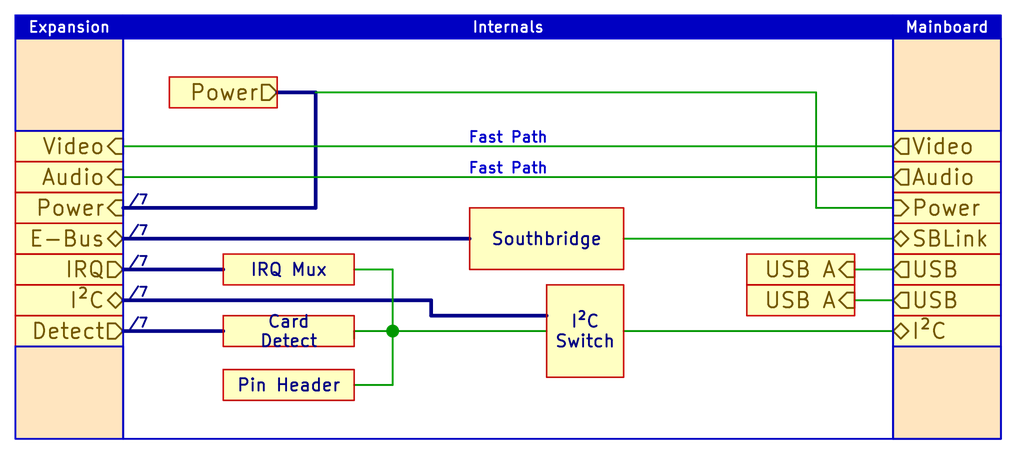
<source format=kicad_sch>
(kicad_sch
	(version 20250114)
	(generator "eeschema")
	(generator_version "9.0")
	(uuid "6d4f3d4d-561e-4a91-80c0-afc7a124c8a1")
	(paper "User" 84.455 38.1)
	(lib_symbols)
	(rectangle
		(start 10.16 3.175)
		(end 73.66 36.195)
		(stroke
			(width 0)
			(type default)
		)
		(fill
			(type none)
		)
		(uuid 08c23995-be25-4254-b597-2421a37c5c46)
	)
	(rectangle
		(start 73.66 3.175)
		(end 82.55 36.195)
		(stroke
			(width 0)
			(type default)
		)
		(fill
			(type none)
		)
		(uuid 272d4f65-96c6-4682-82f1-d3a479c7b2e8)
	)
	(rectangle
		(start 73.66 3.175)
		(end 82.55 10.795)
		(stroke
			(width 0)
			(type solid)
		)
		(fill
			(type color)
			(color 255 229 191 1)
		)
		(uuid 3761af71-a3f6-48c2-82ca-0a0d488dafd4)
	)
	(rectangle
		(start 73.66 1.27)
		(end 73.66 3.175)
		(stroke
			(width 0)
			(type default)
		)
		(fill
			(type none)
		)
		(uuid 667165db-e711-4fc0-80d5-915a3c33e978)
	)
	(rectangle
		(start 73.66 28.575)
		(end 82.55 36.195)
		(stroke
			(width 0)
			(type solid)
		)
		(fill
			(type color)
			(color 255 229 191 1)
		)
		(uuid adf4a39a-ed71-4dc7-af7f-7ab3e6499994)
	)
	(rectangle
		(start 1.27 3.175)
		(end 10.16 10.795)
		(stroke
			(width 0)
			(type solid)
		)
		(fill
			(type color)
			(color 255 229 191 1)
		)
		(uuid c56ecca0-2642-4ec1-8790-ef6217dfeba7)
	)
	(rectangle
		(start 1.27 28.575)
		(end 10.16 36.195)
		(stroke
			(width 0)
			(type solid)
		)
		(fill
			(type color)
			(color 255 229 191 1)
		)
		(uuid cd92a2d3-fef7-43f3-bc32-23cdf4498985)
	)
	(text "/7"
		(exclude_from_sim no)
		(at 11.43 22.225 0)
		(effects
			(font
				(size 0.762 0.762)
				(color 0 0 132 1)
			)
			(justify bottom)
		)
		(uuid "3d05d889-5d59-42d9-bc35-0047785f3aba")
	)
	(text "/7"
		(exclude_from_sim no)
		(at 11.43 17.145 0)
		(effects
			(font
				(size 0.762 0.762)
				(color 0 0 132 1)
			)
			(justify bottom)
		)
		(uuid "3d2e2b0e-3b7f-4d35-a12c-5869e835e217")
	)
	(text "/7"
		(exclude_from_sim no)
		(at 11.43 27.305 0)
		(effects
			(font
				(size 0.762 0.762)
				(color 0 0 132 1)
			)
			(justify bottom)
		)
		(uuid "96b678d7-c335-4a59-92ea-3169674b9a6f")
	)
	(text "/7"
		(exclude_from_sim no)
		(at 11.43 19.685 0)
		(effects
			(font
				(size 0.762 0.762)
				(color 0 0 132 1)
			)
			(justify bottom)
		)
		(uuid "a96e43e7-6176-4d38-b98d-6e6a9e13c68d")
	)
	(text "Fast Path"
		(exclude_from_sim no)
		(at 41.91 12.065 0)
		(effects
			(font
				(size 0.889 0.889)
			)
			(justify bottom)
		)
		(uuid "d25b9c02-26a7-4fb1-a349-efb0840c0b0e")
	)
	(text "/7"
		(exclude_from_sim no)
		(at 11.43 24.765 0)
		(effects
			(font
				(size 0.762 0.762)
				(color 0 0 132 1)
			)
			(justify bottom)
		)
		(uuid "d4cb6a73-e719-474b-911a-ce00b4c5a61d")
	)
	(text "Fast Path"
		(exclude_from_sim no)
		(at 41.91 14.605 0)
		(effects
			(font
				(size 0.889 0.889)
			)
			(justify bottom)
		)
		(uuid "e4244989-2b7a-44bb-82fd-2355c9800bc7")
	)
	(text_box ""
		(exclude_from_sim no)
		(at 22.86 8.89 0)
		(size -8.89 -2.54)
		(margins 0.9525 0.9525 0.9525 0.9525)
		(stroke
			(width 0.127)
			(type solid)
			(color 194 0 0 1)
		)
		(fill
			(type color)
			(color 255 255 194 1)
		)
		(effects
			(font
				(face "KiCad Font")
				(size 1.27 1.27)
				(color 0 0 132 1)
			)
		)
		(uuid "038bd974-bbdc-4f19-a8ca-d5e8527fa3ea")
	)
	(text_box "Internals"
		(exclude_from_sim no)
		(at 10.16 1.27 0)
		(size 63.5 1.905)
		(margins 0.9525 0.9525 0.9525 0.9525)
		(stroke
			(width 0)
			(type solid)
			(color 0 0 194 1)
		)
		(fill
			(type color)
			(color 0 0 194 1)
		)
		(effects
			(font
				(size 0.889 0.889)
				(color 255 255 255 1)
			)
		)
		(uuid "0ae76383-e134-49a1-903e-8d630acac408")
	)
	(text_box "Pin Header"
		(exclude_from_sim no)
		(at 18.415 30.48 0)
		(size 10.795 2.54)
		(margins 0.9525 0.9525 0.9525 0.9525)
		(stroke
			(width 0.127)
			(type solid)
			(color 194 0 0 1)
		)
		(fill
			(type color)
			(color 255 255 194 1)
		)
		(effects
			(font
				(face "KiCad Font")
				(size 1.016 1.016)
				(color 0 0 132 1)
			)
		)
		(uuid "0f524106-0144-43e4-9bf0-31b8dda5434c")
	)
	(text_box "IRQ Mux"
		(exclude_from_sim no)
		(at 18.415 20.955 0)
		(size 10.795 2.54)
		(margins 0.9525 0.9525 0.9525 0.9525)
		(stroke
			(width 0.127)
			(type solid)
			(color 194 0 0 1)
		)
		(fill
			(type color)
			(color 255 255 194 1)
		)
		(effects
			(font
				(face "KiCad Font")
				(size 1.016 1.016)
				(color 0 0 132 1)
			)
		)
		(uuid "287e65eb-01c9-478b-8ff2-b5537259782b")
	)
	(text_box ""
		(exclude_from_sim no)
		(at 73.66 13.335 0)
		(size 8.89 2.54)
		(margins 0.9525 0.9525 0.9525 0.9525)
		(stroke
			(width 0.127)
			(type solid)
			(color 194 0 0 1)
		)
		(fill
			(type color)
			(color 255 255 194 1)
		)
		(effects
			(font
				(face "KiCad Font")
				(size 1.27 1.27)
				(color 0 0 132 1)
			)
		)
		(uuid "2b2d60b1-ff60-4988-936d-f6051e280b6b")
	)
	(text_box ""
		(exclude_from_sim no)
		(at 73.66 18.415 0)
		(size 8.89 2.54)
		(margins 0.9525 0.9525 0.9525 0.9525)
		(stroke
			(width 0.127)
			(type solid)
			(color 194 0 0 1)
		)
		(fill
			(type color)
			(color 255 255 194 1)
		)
		(effects
			(font
				(face "KiCad Font")
				(size 1.27 1.27)
				(color 0 0 132 1)
			)
		)
		(uuid "34741ca8-c637-4aee-8228-af0b0d9c0c1c")
	)
	(text_box "Mainboard"
		(exclude_from_sim no)
		(at 73.66 1.27 0)
		(size 8.89 1.905)
		(margins 0.9525 0.9525 0.9525 0.9525)
		(stroke
			(width 0)
			(type solid)
			(color 0 0 194 1)
		)
		(fill
			(type color)
			(color 0 0 194 1)
		)
		(effects
			(font
				(size 0.889 0.889)
				(color 255 255 255 1)
			)
		)
		(uuid "3b4d49b0-ade9-44b8-95d9-a8dc57391452")
	)
	(text_box ""
		(exclude_from_sim no)
		(at 70.485 23.495 0)
		(size -8.89 2.54)
		(margins 0.9525 0.9525 0.9525 0.9525)
		(stroke
			(width 0.127)
			(type solid)
			(color 194 0 0 1)
		)
		(fill
			(type color)
			(color 255 255 194 1)
		)
		(effects
			(font
				(face "KiCad Font")
				(size 1.27 1.27)
				(color 0 0 132 1)
			)
		)
		(uuid "4a1e8af3-e466-4664-92fc-6eeea4bd7a83")
	)
	(text_box ""
		(exclude_from_sim no)
		(at 73.66 26.035 0)
		(size 8.89 2.54)
		(margins 0.9525 0.9525 0.9525 0.9525)
		(stroke
			(width 0.127)
			(type solid)
			(color 194 0 0 1)
		)
		(fill
			(type color)
			(color 255 255 194 1)
		)
		(effects
			(font
				(face "KiCad Font")
				(size 1.27 1.27)
				(color 0 0 132 1)
			)
		)
		(uuid "4d891881-0404-4ff9-ab54-f7f4646972d8")
	)
	(text_box ""
		(exclude_from_sim no)
		(at 73.66 20.955 0)
		(size 8.89 2.54)
		(margins 0.9525 0.9525 0.9525 0.9525)
		(stroke
			(width 0.127)
			(type solid)
			(color 194 0 0 1)
		)
		(fill
			(type color)
			(color 255 255 194 1)
		)
		(effects
			(font
				(face "KiCad Font")
				(size 1.27 1.27)
				(color 0 0 132 1)
			)
		)
		(uuid "5b95497a-72a0-4366-8497-ed4f5e78c6ce")
	)
	(text_box "Southbridge"
		(exclude_from_sim no)
		(at 38.735 17.145 0)
		(size 12.7 5.08)
		(margins 0.9525 0.9525 0.9525 0.9525)
		(stroke
			(width 0.127)
			(type solid)
			(color 194 0 0 1)
		)
		(fill
			(type color)
			(color 255 255 194 1)
		)
		(effects
			(font
				(face "KiCad Font")
				(size 1.016 1.016)
				(color 0 0 132 1)
			)
		)
		(uuid "5d16307c-eae0-493a-be8b-6c8966f349b6")
	)
	(text_box "Card Detect"
		(exclude_from_sim no)
		(at 18.415 26.035 0)
		(size 10.795 2.54)
		(margins 0.9525 0.9525 0.9525 0.9525)
		(stroke
			(width 0.127)
			(type solid)
			(color 194 0 0 1)
		)
		(fill
			(type color)
			(color 255 255 194 1)
		)
		(effects
			(font
				(face "KiCad Font")
				(size 0.9906 0.9906)
				(color 0 0 132 1)
			)
		)
		(uuid "6fd284d8-4e23-43e0-9fb7-adacd69f4df5")
	)
	(text_box ""
		(exclude_from_sim no)
		(at 73.66 23.495 0)
		(size 8.89 2.54)
		(margins 0.9525 0.9525 0.9525 0.9525)
		(stroke
			(width 0.127)
			(type solid)
			(color 194 0 0 1)
		)
		(fill
			(type color)
			(color 255 255 194 1)
		)
		(effects
			(font
				(face "KiCad Font")
				(size 1.27 1.27)
				(color 0 0 132 1)
			)
		)
		(uuid "75981bfd-ad65-4527-a43c-3664258030a2")
	)
	(text_box ""
		(exclude_from_sim no)
		(at 73.66 10.795 0)
		(size 8.89 2.54)
		(margins 0.9525 0.9525 0.9525 0.9525)
		(stroke
			(width 0.127)
			(type solid)
			(color 194 0 0 1)
		)
		(fill
			(type color)
			(color 255 255 194 1)
		)
		(effects
			(font
				(face "KiCad Font")
				(size 1.27 1.27)
				(color 0 0 132 1)
			)
		)
		(uuid "92435c92-133a-4731-91eb-fd007c0282f5")
	)
	(text_box ""
		(exclude_from_sim no)
		(at 1.27 10.795 0)
		(size 8.89 2.54)
		(margins 0.9525 0.9525 0.9525 0.9525)
		(stroke
			(width 0.127)
			(type solid)
			(color 194 0 0 1)
		)
		(fill
			(type color)
			(color 255 255 194 1)
		)
		(effects
			(font
				(face "KiCad Font")
				(size 1.27 1.27)
				(color 0 0 132 1)
			)
		)
		(uuid "9571b8be-982b-4d18-9259-d40bd33eacbd")
	)
	(text_box ""
		(exclude_from_sim no)
		(at 1.27 20.955 0)
		(size 8.89 2.54)
		(margins 0.9525 0.9525 0.9525 0.9525)
		(stroke
			(width 0.127)
			(type solid)
			(color 194 0 0 1)
		)
		(fill
			(type color)
			(color 255 255 194 1)
		)
		(effects
			(font
				(face "KiCad Font")
				(size 1.27 1.27)
				(color 0 0 132 1)
			)
		)
		(uuid "a14fefc0-60fb-42b5-ba19-4fd409d451e3")
	)
	(text_box ""
		(exclude_from_sim no)
		(at 73.66 15.875 0)
		(size 8.89 2.54)
		(margins 0.9525 0.9525 0.9525 0.9525)
		(stroke
			(width 0.127)
			(type solid)
			(color 194 0 0 1)
		)
		(fill
			(type color)
			(color 255 255 194 1)
		)
		(effects
			(font
				(face "KiCad Font")
				(size 1.27 1.27)
				(color 0 0 132 1)
			)
		)
		(uuid "aca2ec39-2783-4e24-bfb0-15a4f988436c")
	)
	(text_box ""
		(exclude_from_sim no)
		(at 1.27 26.035 0)
		(size 8.89 2.54)
		(margins 0.9525 0.9525 0.9525 0.9525)
		(stroke
			(width 0.127)
			(type solid)
			(color 194 0 0 1)
		)
		(fill
			(type color)
			(color 255 255 194 1)
		)
		(effects
			(font
				(face "KiCad Font")
				(size 1.27 1.27)
				(color 0 0 132 1)
			)
		)
		(uuid "b9fdd2bf-bcfa-428c-a9c0-7cabaee1efa1")
	)
	(text_box "Expansion"
		(exclude_from_sim no)
		(at 1.27 1.27 0)
		(size 8.89 1.905)
		(margins 0.9525 0.9525 0.9525 0.9525)
		(stroke
			(width 0)
			(type solid)
			(color 0 0 194 1)
		)
		(fill
			(type color)
			(color 0 0 194 1)
		)
		(effects
			(font
				(size 0.889 0.889)
				(color 255 255 255 1)
			)
		)
		(uuid "ca319d3a-9da8-4a02-a531-ea56d2a3fd36")
	)
	(text_box ""
		(exclude_from_sim no)
		(at 61.595 20.955 0)
		(size 8.89 2.54)
		(margins 0.9525 0.9525 0.9525 0.9525)
		(stroke
			(width 0.127)
			(type solid)
			(color 194 0 0 1)
		)
		(fill
			(type color)
			(color 255 255 194 1)
		)
		(effects
			(font
				(face "KiCad Font")
				(size 1.27 1.27)
				(color 0 0 132 1)
			)
		)
		(uuid "d0047f7f-8828-491e-97a4-51e188a78ad8")
	)
	(text_box ""
		(exclude_from_sim no)
		(at 1.27 13.335 0)
		(size 8.89 2.54)
		(margins 0.9525 0.9525 0.9525 0.9525)
		(stroke
			(width 0.127)
			(type solid)
			(color 194 0 0 1)
		)
		(fill
			(type color)
			(color 255 255 194 1)
		)
		(effects
			(font
				(face "KiCad Font")
				(size 1.27 1.27)
				(color 0 0 132 1)
			)
		)
		(uuid "d99f4654-fd6d-4829-ab0d-92e7357099a4")
	)
	(text_box ""
		(exclude_from_sim no)
		(at 1.27 23.495 0)
		(size 8.89 2.54)
		(margins 0.9525 0.9525 0.9525 0.9525)
		(stroke
			(width 0.127)
			(type solid)
			(color 194 0 0 1)
		)
		(fill
			(type color)
			(color 255 255 194 1)
		)
		(effects
			(font
				(face "KiCad Font")
				(size 1.27 1.27)
				(color 0 0 132 1)
			)
		)
		(uuid "dcd5169b-542a-4026-80ef-e8204af430f7")
	)
	(text_box ""
		(exclude_from_sim no)
		(at 1.27 18.415 0)
		(size 8.89 2.54)
		(margins 0.9525 0.9525 0.9525 0.9525)
		(stroke
			(width 0.127)
			(type solid)
			(color 194 0 0 1)
		)
		(fill
			(type color)
			(color 255 255 194 1)
		)
		(effects
			(font
				(face "KiCad Font")
				(size 1.27 1.27)
				(color 0 0 132 1)
			)
		)
		(uuid "ec35b0af-2286-40d3-87e5-51b4b9d9d028")
	)
	(text_box ""
		(exclude_from_sim no)
		(at 1.27 15.875 0)
		(size 8.89 2.54)
		(margins 0.9525 0.9525 0.9525 0.9525)
		(stroke
			(width 0.127)
			(type solid)
			(color 194 0 0 1)
		)
		(fill
			(type color)
			(color 255 255 194 1)
		)
		(effects
			(font
				(face "KiCad Font")
				(size 1.27 1.27)
				(color 0 0 132 1)
			)
		)
		(uuid "ef209d5a-6a29-491d-bb43-45e6f18b7c4b")
	)
	(text_box "I²C\nSwitch"
		(exclude_from_sim no)
		(at 45.085 23.495 0)
		(size 6.35 7.62)
		(margins 0.9525 0.9525 0.9525 0.9525)
		(stroke
			(width 0.127)
			(type solid)
			(color 194 0 0 1)
		)
		(fill
			(type color)
			(color 255 255 194 1)
		)
		(effects
			(font
				(face "KiCad Font")
				(size 1.016 1.016)
				(color 0 0 132 1)
			)
		)
		(uuid "f43e49d0-d7f6-45c7-8aca-3b6a0df1de7c")
	)
	(junction
		(at 32.385 27.305)
		(diameter 0)
		(color 0 0 0 0)
		(uuid "45498d09-90f6-4042-96eb-dcf25fd2fc90")
	)
	(wire
		(pts
			(xy 51.435 19.685) (xy 73.66 19.685)
		)
		(stroke
			(width 0)
			(type default)
		)
		(uuid "035e5d0d-2964-4f01-8839-2af1a13cf89c")
	)
	(bus
		(pts
			(xy 10.16 19.685) (xy 38.735 19.685)
		)
		(stroke
			(width 0)
			(type default)
		)
		(uuid "0a4ef3fe-2193-411b-bc62-c44db757b5c5")
	)
	(bus
		(pts
			(xy 35.56 26.035) (xy 45.085 26.035)
		)
		(stroke
			(width 0)
			(type default)
		)
		(uuid "0bd366ae-79ac-4d82-a621-32c1617595e4")
	)
	(wire
		(pts
			(xy 29.21 31.75) (xy 32.385 31.75)
		)
		(stroke
			(width 0)
			(type default)
		)
		(uuid "0cb11d61-c475-4327-a033-be242545f4b9")
	)
	(wire
		(pts
			(xy 67.31 7.62) (xy 67.31 17.145)
		)
		(stroke
			(width 0)
			(type default)
		)
		(uuid "191ca83b-da4e-4132-ac71-4d2fb991d2d0")
	)
	(wire
		(pts
			(xy 70.485 22.225) (xy 73.66 22.225)
		)
		(stroke
			(width 0)
			(type default)
		)
		(uuid "1e909dee-f97d-49ed-9cf0-b7b26e0294e5")
	)
	(bus
		(pts
			(xy 22.86 7.62) (xy 26.035 7.62)
		)
		(stroke
			(width 0)
			(type default)
		)
		(uuid "24fc34f5-aee1-4a60-a716-f5d3c727de6c")
	)
	(bus
		(pts
			(xy 35.56 24.765) (xy 35.56 26.035)
		)
		(stroke
			(width 0)
			(type default)
		)
		(uuid "2956fb99-dca7-4c36-a1e3-bfef29d0685e")
	)
	(wire
		(pts
			(xy 32.385 27.305) (xy 45.085 27.305)
		)
		(stroke
			(width 0)
			(type default)
		)
		(uuid "388524af-27cd-49c6-be8e-c15131cc3393")
	)
	(bus
		(pts
			(xy 10.16 27.305) (xy 18.415 27.305)
		)
		(stroke
			(width 0)
			(type default)
		)
		(uuid "3fd015f9-495e-4e8f-899c-7b1798f4f47b")
	)
	(bus
		(pts
			(xy 10.16 17.145) (xy 26.035 17.145)
		)
		(stroke
			(width 0)
			(type default)
		)
		(uuid "48558e0f-593f-493f-a081-edc4dd4306c7")
	)
	(wire
		(pts
			(xy 70.485 24.765) (xy 73.66 24.765)
		)
		(stroke
			(width 0)
			(type default)
		)
		(uuid "4f49abc1-640d-463a-9ceb-1a9a81d932de")
	)
	(wire
		(pts
			(xy 26.035 7.62) (xy 67.31 7.62)
		)
		(stroke
			(width 0)
			(type default)
		)
		(uuid "4fad41d4-12f9-4c54-9002-7049660635ce")
	)
	(bus
		(pts
			(xy 10.16 24.765) (xy 35.56 24.765)
		)
		(stroke
			(width 0)
			(type default)
		)
		(uuid "4fd1a9ee-86c0-4505-bb7d-3b35cbb06c95")
	)
	(wire
		(pts
			(xy 29.21 22.225) (xy 32.385 22.225)
		)
		(stroke
			(width 0)
			(type default)
		)
		(uuid "54a0307b-8746-4234-8076-80fd8070b1cd")
	)
	(wire
		(pts
			(xy 29.21 27.305) (xy 29.21 27.94)
		)
		(stroke
			(width 0)
			(type default)
		)
		(uuid "6ccca87f-0b0a-47fb-8e17-ae5b19ee346d")
	)
	(bus
		(pts
			(xy 26.035 7.62) (xy 26.035 17.145)
		)
		(stroke
			(width 0)
			(type default)
		)
		(uuid "87f729cf-8cc4-4f27-85f2-6969c3d10457")
	)
	(wire
		(pts
			(xy 51.435 27.305) (xy 73.66 27.305)
		)
		(stroke
			(width 0)
			(type default)
		)
		(uuid "93d80d6e-82b7-4feb-a686-5cbb2b1a0b1c")
	)
	(wire
		(pts
			(xy 10.16 12.065) (xy 73.66 12.065)
		)
		(stroke
			(width 0)
			(type default)
		)
		(uuid "9b59fc0e-2f74-4dba-ab2e-2746ea40bb1f")
	)
	(wire
		(pts
			(xy 67.31 17.145) (xy 73.66 17.145)
		)
		(stroke
			(width 0)
			(type default)
		)
		(uuid "ae0164ef-cd99-4948-9359-b0d50dfc2fb7")
	)
	(wire
		(pts
			(xy 29.21 27.305) (xy 32.385 27.305)
		)
		(stroke
			(width 0)
			(type default)
		)
		(uuid "be0a05bb-a893-4016-a3db-9e3cf7467322")
	)
	(wire
		(pts
			(xy 32.385 31.75) (xy 32.385 27.305)
		)
		(stroke
			(width 0)
			(type default)
		)
		(uuid "dc157744-39ff-40b5-93a1-4e4542295fe6")
	)
	(wire
		(pts
			(xy 10.16 14.605) (xy 73.66 14.605)
		)
		(stroke
			(width 0)
			(type default)
		)
		(uuid "e52a71d4-fb12-4964-82d6-70e440b1f36a")
	)
	(wire
		(pts
			(xy 32.385 22.225) (xy 32.385 27.305)
		)
		(stroke
			(width 0)
			(type default)
		)
		(uuid "eff9c4c0-6a53-4e14-8af5-c610e1ebc012")
	)
	(bus
		(pts
			(xy 10.16 22.225) (xy 18.415 22.225)
		)
		(stroke
			(width 0)
			(type default)
		)
		(uuid "f8a05cde-f21b-48f1-ab39-a5ed92298331")
	)
	(hierarchical_label "USB A"
		(shape output)
		(at 70.485 22.225 180)
		(effects
			(font
				(size 1.27 1.27)
			)
			(justify right)
		)
		(uuid "02131b3c-af09-476e-a10f-e98c9b3b77c8")
	)
	(hierarchical_label "Video"
		(shape input)
		(at 73.66 12.065 0)
		(effects
			(font
				(size 1.27 1.27)
			)
			(justify left)
		)
		(uuid "07e38cb4-1f24-4600-a35f-62077b47b215")
	)
	(hierarchical_label "I²C"
		(shape tri_state)
		(at 73.66 27.305 0)
		(effects
			(font
				(size 1.27 1.27)
			)
			(justify left)
		)
		(uuid "09edece8-0c81-4405-9a8f-8fcaa7013eca")
	)
	(hierarchical_label "Video"
		(shape output)
		(at 10.16 12.065 180)
		(effects
			(font
				(size 1.27 1.27)
			)
			(justify right)
		)
		(uuid "2363724e-d1e9-4152-9763-bd0dc51bf4c0")
	)
	(hierarchical_label "Power"
		(shape output)
		(at 73.66 17.145 0)
		(effects
			(font
				(size 1.27 1.27)
			)
			(justify left)
		)
		(uuid "380735fe-c73f-42b9-9227-aee8eaea3b48")
	)
	(hierarchical_label "Audio"
		(shape output)
		(at 10.16 14.605 180)
		(effects
			(font
				(size 1.27 1.27)
			)
			(justify right)
		)
		(uuid "4474de68-0f7d-4a72-afa4-0b4231ada236")
	)
	(hierarchical_label "USB"
		(shape input)
		(at 73.66 24.765 0)
		(effects
			(font
				(size 1.27 1.27)
			)
			(justify left)
		)
		(uuid "4b12c5fd-2044-4911-b1f1-81d1c6a77273")
	)
	(hierarchical_label "E-Bus"
		(shape bidirectional)
		(at 10.16 19.685 180)
		(effects
			(font
				(size 1.27 1.27)
			)
			(justify right)
		)
		(uuid "6154106c-5c34-432b-bc8f-5e1f4a27d94d")
	)
	(hierarchical_label "Audio"
		(shape input)
		(at 73.66 14.605 0)
		(effects
			(font
				(size 1.27 1.27)
			)
			(justify left)
		)
		(uuid "69fb22b3-1337-4fc6-8936-247dcaa85692")
	)
	(hierarchical_label "Power"
		(shape input)
		(at 22.86 7.62 180)
		(effects
			(font
				(size 1.27 1.27)
			)
			(justify right)
		)
		(uuid "8a75c5d0-7617-445a-95ab-5e7c0918ba63")
	)
	(hierarchical_label "SBLink"
		(shape bidirectional)
		(at 73.66 19.685 0)
		(effects
			(font
				(size 1.27 1.27)
			)
			(justify left)
		)
		(uuid "97582b95-2fd1-4f9e-a8eb-69d29680b84f")
	)
	(hierarchical_label "I²C"
		(shape tri_state)
		(at 10.16 24.765 180)
		(effects
			(font
				(size 1.27 1.27)
			)
			(justify right)
		)
		(uuid "b2b08532-56ef-440e-84a1-1702e2560737")
	)
	(hierarchical_label "USB A"
		(shape output)
		(at 70.485 24.765 180)
		(effects
			(font
				(size 1.27 1.27)
			)
			(justify right)
		)
		(uuid "c0324631-907f-4cfe-ae12-661d4b0d3c47")
	)
	(hierarchical_label "Detect"
		(shape input)
		(at 10.16 27.305 180)
		(effects
			(font
				(size 1.27 1.27)
			)
			(justify right)
		)
		(uuid "e53b511b-0671-4fae-ae6f-747a2c45571c")
	)
	(hierarchical_label "USB"
		(shape input)
		(at 73.66 22.225 0)
		(effects
			(font
				(size 1.27 1.27)
			)
			(justify left)
		)
		(uuid "eb240b7b-5077-4638-85c4-9fbc4588fb4d")
	)
	(hierarchical_label "IRQ"
		(shape input)
		(at 10.16 22.225 180)
		(effects
			(font
				(size 1.27 1.27)
			)
			(justify right)
		)
		(uuid "f458bb49-bfbd-484e-ac0a-27cb8d739e88")
	)
	(hierarchical_label "Power"
		(shape output)
		(at 10.16 17.145 180)
		(effects
			(font
				(size 1.27 1.27)
			)
			(justify right)
		)
		(uuid "f6049be1-2c26-4721-b304-e194e75a32f3")
	)
)

</source>
